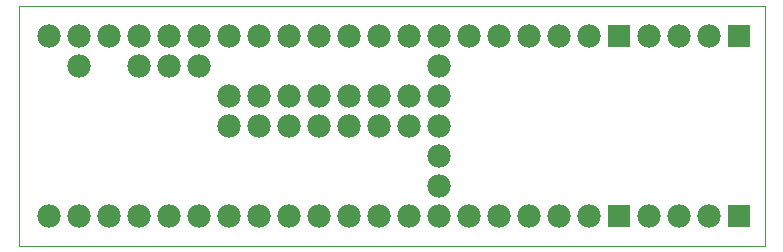
<source format=gts>
G75*
G70*
%OFA0B0*%
%FSLAX24Y24*%
%IPPOS*%
%LPD*%
%AMOC8*
5,1,8,0,0,1.08239X$1,22.5*
%
%ADD10C,0.0000*%
%ADD11R,0.0780X0.0780*%
%ADD12C,0.0780*%
D10*
X000150Y002913D02*
X025020Y002913D01*
X025020Y010909D01*
X000150Y010909D01*
X000150Y002913D01*
D11*
X020150Y003913D03*
X024150Y003913D03*
X024150Y009913D03*
X020150Y009913D03*
D12*
X019150Y009913D03*
X018150Y009913D03*
X017150Y009913D03*
X016150Y009913D03*
X015150Y009913D03*
X014150Y009913D03*
X013150Y009913D03*
X012150Y009913D03*
X011150Y009913D03*
X010150Y009913D03*
X009150Y009913D03*
X008150Y009913D03*
X007150Y009913D03*
X006150Y009913D03*
X005150Y009913D03*
X004150Y009913D03*
X003150Y009913D03*
X002150Y009913D03*
X001150Y009913D03*
X002150Y008913D03*
X004150Y008913D03*
X005150Y008913D03*
X006150Y008913D03*
X007150Y007913D03*
X008150Y007913D03*
X009150Y007913D03*
X010150Y007913D03*
X011150Y007913D03*
X012150Y007913D03*
X013150Y007913D03*
X014150Y007913D03*
X014150Y008913D03*
X014150Y006913D03*
X013150Y006913D03*
X012150Y006913D03*
X011150Y006913D03*
X010150Y006913D03*
X009150Y006913D03*
X008150Y006913D03*
X007150Y006913D03*
X007150Y003913D03*
X006150Y003913D03*
X005150Y003913D03*
X004150Y003913D03*
X003150Y003913D03*
X002150Y003913D03*
X001150Y003913D03*
X008150Y003913D03*
X009150Y003913D03*
X010150Y003913D03*
X011150Y003913D03*
X012150Y003913D03*
X013150Y003913D03*
X014150Y003913D03*
X015150Y003913D03*
X016150Y003913D03*
X017150Y003913D03*
X018150Y003913D03*
X019150Y003913D03*
X021150Y003913D03*
X022150Y003913D03*
X023150Y003913D03*
X014150Y004913D03*
X014150Y005913D03*
X021150Y009913D03*
X022150Y009913D03*
X023150Y009913D03*
M02*

</source>
